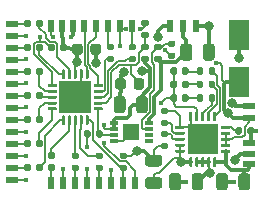
<source format=gtl>
G04 #@! TF.GenerationSoftware,KiCad,Pcbnew,(5.1.9)-1*
G04 #@! TF.CreationDate,2022-12-29T17:40:02+01:00*
G04 #@! TF.ProjectId,FallerCarSystem_v2,46616c6c-6572-4436-9172-53797374656d,rev?*
G04 #@! TF.SameCoordinates,Original*
G04 #@! TF.FileFunction,Copper,L1,Top*
G04 #@! TF.FilePolarity,Positive*
%FSLAX46Y46*%
G04 Gerber Fmt 4.6, Leading zero omitted, Abs format (unit mm)*
G04 Created by KiCad (PCBNEW (5.1.9)-1) date 2022-12-29 17:40:02*
%MOMM*%
%LPD*%
G01*
G04 APERTURE LIST*
G04 #@! TA.AperFunction,ComponentPad*
%ADD10C,0.500000*%
G04 #@! TD*
G04 #@! TA.AperFunction,SMDPad,CuDef*
%ADD11R,2.500000X2.500000*%
G04 #@! TD*
G04 #@! TA.AperFunction,ComponentPad*
%ADD12C,0.400000*%
G04 #@! TD*
G04 #@! TA.AperFunction,SMDPad,CuDef*
%ADD13R,1.360000X1.460000*%
G04 #@! TD*
G04 #@! TA.AperFunction,SMDPad,CuDef*
%ADD14R,0.750000X0.300000*%
G04 #@! TD*
G04 #@! TA.AperFunction,SMDPad,CuDef*
%ADD15R,0.500000X1.000000*%
G04 #@! TD*
G04 #@! TA.AperFunction,SMDPad,CuDef*
%ADD16R,1.000000X0.500000*%
G04 #@! TD*
G04 #@! TA.AperFunction,SMDPad,CuDef*
%ADD17R,1.800000X2.500000*%
G04 #@! TD*
G04 #@! TA.AperFunction,SMDPad,CuDef*
%ADD18R,2.700000X2.700000*%
G04 #@! TD*
G04 #@! TA.AperFunction,ViaPad*
%ADD19C,0.800000*%
G04 #@! TD*
G04 #@! TA.AperFunction,ViaPad*
%ADD20C,0.400000*%
G04 #@! TD*
G04 #@! TA.AperFunction,Conductor*
%ADD21C,0.300000*%
G04 #@! TD*
G04 #@! TA.AperFunction,Conductor*
%ADD22C,0.127000*%
G04 #@! TD*
G04 #@! TA.AperFunction,Conductor*
%ADD23C,0.200000*%
G04 #@! TD*
G04 APERTURE END LIST*
D10*
X156470000Y-64542000D03*
X158470000Y-64542000D03*
X156470000Y-66542000D03*
X158470000Y-66542000D03*
D11*
X157470000Y-65542000D03*
G04 #@! TA.AperFunction,SMDPad,CuDef*
G36*
G01*
X158595000Y-67129500D02*
X158595000Y-67829500D01*
G75*
G02*
X158532500Y-67892000I-62500J0D01*
G01*
X158407500Y-67892000D01*
G75*
G02*
X158345000Y-67829500I0J62500D01*
G01*
X158345000Y-67129500D01*
G75*
G02*
X158407500Y-67067000I62500J0D01*
G01*
X158532500Y-67067000D01*
G75*
G02*
X158595000Y-67129500I0J-62500D01*
G01*
G37*
G04 #@! TD.AperFunction*
G04 #@! TA.AperFunction,SMDPad,CuDef*
G36*
G01*
X158095000Y-67129500D02*
X158095000Y-67829500D01*
G75*
G02*
X158032500Y-67892000I-62500J0D01*
G01*
X157907500Y-67892000D01*
G75*
G02*
X157845000Y-67829500I0J62500D01*
G01*
X157845000Y-67129500D01*
G75*
G02*
X157907500Y-67067000I62500J0D01*
G01*
X158032500Y-67067000D01*
G75*
G02*
X158095000Y-67129500I0J-62500D01*
G01*
G37*
G04 #@! TD.AperFunction*
G04 #@! TA.AperFunction,SMDPad,CuDef*
G36*
G01*
X157595000Y-67129500D02*
X157595000Y-67829500D01*
G75*
G02*
X157532500Y-67892000I-62500J0D01*
G01*
X157407500Y-67892000D01*
G75*
G02*
X157345000Y-67829500I0J62500D01*
G01*
X157345000Y-67129500D01*
G75*
G02*
X157407500Y-67067000I62500J0D01*
G01*
X157532500Y-67067000D01*
G75*
G02*
X157595000Y-67129500I0J-62500D01*
G01*
G37*
G04 #@! TD.AperFunction*
G04 #@! TA.AperFunction,SMDPad,CuDef*
G36*
G01*
X157095000Y-67129500D02*
X157095000Y-67829500D01*
G75*
G02*
X157032500Y-67892000I-62500J0D01*
G01*
X156907500Y-67892000D01*
G75*
G02*
X156845000Y-67829500I0J62500D01*
G01*
X156845000Y-67129500D01*
G75*
G02*
X156907500Y-67067000I62500J0D01*
G01*
X157032500Y-67067000D01*
G75*
G02*
X157095000Y-67129500I0J-62500D01*
G01*
G37*
G04 #@! TD.AperFunction*
G04 #@! TA.AperFunction,SMDPad,CuDef*
G36*
G01*
X156595000Y-67129500D02*
X156595000Y-67829500D01*
G75*
G02*
X156532500Y-67892000I-62500J0D01*
G01*
X156407500Y-67892000D01*
G75*
G02*
X156345000Y-67829500I0J62500D01*
G01*
X156345000Y-67129500D01*
G75*
G02*
X156407500Y-67067000I62500J0D01*
G01*
X156532500Y-67067000D01*
G75*
G02*
X156595000Y-67129500I0J-62500D01*
G01*
G37*
G04 #@! TD.AperFunction*
G04 #@! TA.AperFunction,SMDPad,CuDef*
G36*
G01*
X155945000Y-66479500D02*
X155945000Y-66604500D01*
G75*
G02*
X155882500Y-66667000I-62500J0D01*
G01*
X155182500Y-66667000D01*
G75*
G02*
X155120000Y-66604500I0J62500D01*
G01*
X155120000Y-66479500D01*
G75*
G02*
X155182500Y-66417000I62500J0D01*
G01*
X155882500Y-66417000D01*
G75*
G02*
X155945000Y-66479500I0J-62500D01*
G01*
G37*
G04 #@! TD.AperFunction*
G04 #@! TA.AperFunction,SMDPad,CuDef*
G36*
G01*
X155945000Y-65979500D02*
X155945000Y-66104500D01*
G75*
G02*
X155882500Y-66167000I-62500J0D01*
G01*
X155182500Y-66167000D01*
G75*
G02*
X155120000Y-66104500I0J62500D01*
G01*
X155120000Y-65979500D01*
G75*
G02*
X155182500Y-65917000I62500J0D01*
G01*
X155882500Y-65917000D01*
G75*
G02*
X155945000Y-65979500I0J-62500D01*
G01*
G37*
G04 #@! TD.AperFunction*
G04 #@! TA.AperFunction,SMDPad,CuDef*
G36*
G01*
X155945000Y-65479500D02*
X155945000Y-65604500D01*
G75*
G02*
X155882500Y-65667000I-62500J0D01*
G01*
X155182500Y-65667000D01*
G75*
G02*
X155120000Y-65604500I0J62500D01*
G01*
X155120000Y-65479500D01*
G75*
G02*
X155182500Y-65417000I62500J0D01*
G01*
X155882500Y-65417000D01*
G75*
G02*
X155945000Y-65479500I0J-62500D01*
G01*
G37*
G04 #@! TD.AperFunction*
G04 #@! TA.AperFunction,SMDPad,CuDef*
G36*
G01*
X155945000Y-64979500D02*
X155945000Y-65104500D01*
G75*
G02*
X155882500Y-65167000I-62500J0D01*
G01*
X155182500Y-65167000D01*
G75*
G02*
X155120000Y-65104500I0J62500D01*
G01*
X155120000Y-64979500D01*
G75*
G02*
X155182500Y-64917000I62500J0D01*
G01*
X155882500Y-64917000D01*
G75*
G02*
X155945000Y-64979500I0J-62500D01*
G01*
G37*
G04 #@! TD.AperFunction*
G04 #@! TA.AperFunction,SMDPad,CuDef*
G36*
G01*
X155945000Y-64479500D02*
X155945000Y-64604500D01*
G75*
G02*
X155882500Y-64667000I-62500J0D01*
G01*
X155182500Y-64667000D01*
G75*
G02*
X155120000Y-64604500I0J62500D01*
G01*
X155120000Y-64479500D01*
G75*
G02*
X155182500Y-64417000I62500J0D01*
G01*
X155882500Y-64417000D01*
G75*
G02*
X155945000Y-64479500I0J-62500D01*
G01*
G37*
G04 #@! TD.AperFunction*
G04 #@! TA.AperFunction,SMDPad,CuDef*
G36*
G01*
X156595000Y-63254500D02*
X156595000Y-63954500D01*
G75*
G02*
X156532500Y-64017000I-62500J0D01*
G01*
X156407500Y-64017000D01*
G75*
G02*
X156345000Y-63954500I0J62500D01*
G01*
X156345000Y-63254500D01*
G75*
G02*
X156407500Y-63192000I62500J0D01*
G01*
X156532500Y-63192000D01*
G75*
G02*
X156595000Y-63254500I0J-62500D01*
G01*
G37*
G04 #@! TD.AperFunction*
G04 #@! TA.AperFunction,SMDPad,CuDef*
G36*
G01*
X157095000Y-63254500D02*
X157095000Y-63954500D01*
G75*
G02*
X157032500Y-64017000I-62500J0D01*
G01*
X156907500Y-64017000D01*
G75*
G02*
X156845000Y-63954500I0J62500D01*
G01*
X156845000Y-63254500D01*
G75*
G02*
X156907500Y-63192000I62500J0D01*
G01*
X157032500Y-63192000D01*
G75*
G02*
X157095000Y-63254500I0J-62500D01*
G01*
G37*
G04 #@! TD.AperFunction*
G04 #@! TA.AperFunction,SMDPad,CuDef*
G36*
G01*
X157595000Y-63254500D02*
X157595000Y-63954500D01*
G75*
G02*
X157532500Y-64017000I-62500J0D01*
G01*
X157407500Y-64017000D01*
G75*
G02*
X157345000Y-63954500I0J62500D01*
G01*
X157345000Y-63254500D01*
G75*
G02*
X157407500Y-63192000I62500J0D01*
G01*
X157532500Y-63192000D01*
G75*
G02*
X157595000Y-63254500I0J-62500D01*
G01*
G37*
G04 #@! TD.AperFunction*
G04 #@! TA.AperFunction,SMDPad,CuDef*
G36*
G01*
X158095000Y-63254500D02*
X158095000Y-63954500D01*
G75*
G02*
X158032500Y-64017000I-62500J0D01*
G01*
X157907500Y-64017000D01*
G75*
G02*
X157845000Y-63954500I0J62500D01*
G01*
X157845000Y-63254500D01*
G75*
G02*
X157907500Y-63192000I62500J0D01*
G01*
X158032500Y-63192000D01*
G75*
G02*
X158095000Y-63254500I0J-62500D01*
G01*
G37*
G04 #@! TD.AperFunction*
G04 #@! TA.AperFunction,SMDPad,CuDef*
G36*
G01*
X158595000Y-63254500D02*
X158595000Y-63954500D01*
G75*
G02*
X158532500Y-64017000I-62500J0D01*
G01*
X158407500Y-64017000D01*
G75*
G02*
X158345000Y-63954500I0J62500D01*
G01*
X158345000Y-63254500D01*
G75*
G02*
X158407500Y-63192000I62500J0D01*
G01*
X158532500Y-63192000D01*
G75*
G02*
X158595000Y-63254500I0J-62500D01*
G01*
G37*
G04 #@! TD.AperFunction*
G04 #@! TA.AperFunction,SMDPad,CuDef*
G36*
G01*
X159820000Y-64479500D02*
X159820000Y-64604500D01*
G75*
G02*
X159757500Y-64667000I-62500J0D01*
G01*
X159057500Y-64667000D01*
G75*
G02*
X158995000Y-64604500I0J62500D01*
G01*
X158995000Y-64479500D01*
G75*
G02*
X159057500Y-64417000I62500J0D01*
G01*
X159757500Y-64417000D01*
G75*
G02*
X159820000Y-64479500I0J-62500D01*
G01*
G37*
G04 #@! TD.AperFunction*
G04 #@! TA.AperFunction,SMDPad,CuDef*
G36*
G01*
X159820000Y-64979500D02*
X159820000Y-65104500D01*
G75*
G02*
X159757500Y-65167000I-62500J0D01*
G01*
X159057500Y-65167000D01*
G75*
G02*
X158995000Y-65104500I0J62500D01*
G01*
X158995000Y-64979500D01*
G75*
G02*
X159057500Y-64917000I62500J0D01*
G01*
X159757500Y-64917000D01*
G75*
G02*
X159820000Y-64979500I0J-62500D01*
G01*
G37*
G04 #@! TD.AperFunction*
G04 #@! TA.AperFunction,SMDPad,CuDef*
G36*
G01*
X159820000Y-65479500D02*
X159820000Y-65604500D01*
G75*
G02*
X159757500Y-65667000I-62500J0D01*
G01*
X159057500Y-65667000D01*
G75*
G02*
X158995000Y-65604500I0J62500D01*
G01*
X158995000Y-65479500D01*
G75*
G02*
X159057500Y-65417000I62500J0D01*
G01*
X159757500Y-65417000D01*
G75*
G02*
X159820000Y-65479500I0J-62500D01*
G01*
G37*
G04 #@! TD.AperFunction*
G04 #@! TA.AperFunction,SMDPad,CuDef*
G36*
G01*
X159820000Y-65979500D02*
X159820000Y-66104500D01*
G75*
G02*
X159757500Y-66167000I-62500J0D01*
G01*
X159057500Y-66167000D01*
G75*
G02*
X158995000Y-66104500I0J62500D01*
G01*
X158995000Y-65979500D01*
G75*
G02*
X159057500Y-65917000I62500J0D01*
G01*
X159757500Y-65917000D01*
G75*
G02*
X159820000Y-65979500I0J-62500D01*
G01*
G37*
G04 #@! TD.AperFunction*
G04 #@! TA.AperFunction,SMDPad,CuDef*
G36*
G01*
X159820000Y-66479500D02*
X159820000Y-66604500D01*
G75*
G02*
X159757500Y-66667000I-62500J0D01*
G01*
X159057500Y-66667000D01*
G75*
G02*
X158995000Y-66604500I0J62500D01*
G01*
X158995000Y-66479500D01*
G75*
G02*
X159057500Y-66417000I62500J0D01*
G01*
X159757500Y-66417000D01*
G75*
G02*
X159820000Y-66479500I0J-62500D01*
G01*
G37*
G04 #@! TD.AperFunction*
D12*
X151884800Y-64422400D03*
X151884800Y-65422400D03*
X150984800Y-65422400D03*
X150984800Y-64422400D03*
D13*
X151434800Y-64922400D03*
D14*
X152934800Y-64172400D03*
X152934800Y-64672400D03*
X152934800Y-65172400D03*
X152934800Y-65672400D03*
X149934800Y-65672400D03*
X149934800Y-65172400D03*
X149934800Y-64672400D03*
X149934800Y-64172400D03*
D15*
X151511000Y-55943500D03*
X149479000Y-55943500D03*
X150495000Y-55943500D03*
X144589500Y-55943500D03*
X145542000Y-55943500D03*
X146494500Y-55943500D03*
X147447000Y-55943500D03*
X148399500Y-55943500D03*
X155803600Y-55943500D03*
X156895800Y-55943500D03*
D16*
X161417000Y-67665600D03*
D15*
X154711400Y-55943500D03*
X151765000Y-69240400D03*
X150749000Y-69240400D03*
D16*
X161417000Y-63754000D03*
X161417000Y-62738000D03*
X161417000Y-66751200D03*
X161417000Y-65836800D03*
X141351000Y-59817000D03*
X141351000Y-60833000D03*
X141351000Y-61849000D03*
X141351000Y-62865000D03*
X141351000Y-63881000D03*
X141351000Y-64897000D03*
X141351000Y-65913000D03*
X141351000Y-66929000D03*
X141351000Y-67945000D03*
X141351000Y-68961000D03*
D15*
X144653000Y-69240400D03*
X145669000Y-69240400D03*
D16*
X141351000Y-57785000D03*
X141351000Y-58801000D03*
X141351000Y-55753000D03*
X141351000Y-56769000D03*
D15*
X148717000Y-69240400D03*
X149733000Y-69240400D03*
X146685000Y-69240400D03*
X147701000Y-69240400D03*
G04 #@! TA.AperFunction,SMDPad,CuDef*
G36*
G01*
X154413800Y-65368200D02*
X154043800Y-65368200D01*
G75*
G02*
X153908800Y-65233200I0J135000D01*
G01*
X153908800Y-64963200D01*
G75*
G02*
X154043800Y-64828200I135000J0D01*
G01*
X154413800Y-64828200D01*
G75*
G02*
X154548800Y-64963200I0J-135000D01*
G01*
X154548800Y-65233200D01*
G75*
G02*
X154413800Y-65368200I-135000J0D01*
G01*
G37*
G04 #@! TD.AperFunction*
G04 #@! TA.AperFunction,SMDPad,CuDef*
G36*
G01*
X154413800Y-66388200D02*
X154043800Y-66388200D01*
G75*
G02*
X153908800Y-66253200I0J135000D01*
G01*
X153908800Y-65983200D01*
G75*
G02*
X154043800Y-65848200I135000J0D01*
G01*
X154413800Y-65848200D01*
G75*
G02*
X154548800Y-65983200I0J-135000D01*
G01*
X154548800Y-66253200D01*
G75*
G02*
X154413800Y-66388200I-135000J0D01*
G01*
G37*
G04 #@! TD.AperFunction*
G04 #@! TA.AperFunction,SMDPad,CuDef*
G36*
G01*
X154043800Y-63892400D02*
X154413800Y-63892400D01*
G75*
G02*
X154548800Y-64027400I0J-135000D01*
G01*
X154548800Y-64297400D01*
G75*
G02*
X154413800Y-64432400I-135000J0D01*
G01*
X154043800Y-64432400D01*
G75*
G02*
X153908800Y-64297400I0J135000D01*
G01*
X153908800Y-64027400D01*
G75*
G02*
X154043800Y-63892400I135000J0D01*
G01*
G37*
G04 #@! TD.AperFunction*
G04 #@! TA.AperFunction,SMDPad,CuDef*
G36*
G01*
X154043800Y-62872400D02*
X154413800Y-62872400D01*
G75*
G02*
X154548800Y-63007400I0J-135000D01*
G01*
X154548800Y-63277400D01*
G75*
G02*
X154413800Y-63412400I-135000J0D01*
G01*
X154043800Y-63412400D01*
G75*
G02*
X153908800Y-63277400I0J135000D01*
G01*
X153908800Y-63007400D01*
G75*
G02*
X154043800Y-62872400I135000J0D01*
G01*
G37*
G04 #@! TD.AperFunction*
G04 #@! TA.AperFunction,SMDPad,CuDef*
G36*
G01*
X150934000Y-62136000D02*
X150934000Y-63086000D01*
G75*
G02*
X150684000Y-63336000I-250000J0D01*
G01*
X150184000Y-63336000D01*
G75*
G02*
X149934000Y-63086000I0J250000D01*
G01*
X149934000Y-62136000D01*
G75*
G02*
X150184000Y-61886000I250000J0D01*
G01*
X150684000Y-61886000D01*
G75*
G02*
X150934000Y-62136000I0J-250000D01*
G01*
G37*
G04 #@! TD.AperFunction*
G04 #@! TA.AperFunction,SMDPad,CuDef*
G36*
G01*
X152834000Y-62136000D02*
X152834000Y-63086000D01*
G75*
G02*
X152584000Y-63336000I-250000J0D01*
G01*
X152084000Y-63336000D01*
G75*
G02*
X151834000Y-63086000I0J250000D01*
G01*
X151834000Y-62136000D01*
G75*
G02*
X152084000Y-61886000I250000J0D01*
G01*
X152584000Y-61886000D01*
G75*
G02*
X152834000Y-62136000I0J-250000D01*
G01*
G37*
G04 #@! TD.AperFunction*
G04 #@! TA.AperFunction,SMDPad,CuDef*
G36*
G01*
X155633000Y-68663800D02*
X155633000Y-69613800D01*
G75*
G02*
X155383000Y-69863800I-250000J0D01*
G01*
X154883000Y-69863800D01*
G75*
G02*
X154633000Y-69613800I0J250000D01*
G01*
X154633000Y-68663800D01*
G75*
G02*
X154883000Y-68413800I250000J0D01*
G01*
X155383000Y-68413800D01*
G75*
G02*
X155633000Y-68663800I0J-250000D01*
G01*
G37*
G04 #@! TD.AperFunction*
G04 #@! TA.AperFunction,SMDPad,CuDef*
G36*
G01*
X157533000Y-68663800D02*
X157533000Y-69613800D01*
G75*
G02*
X157283000Y-69863800I-250000J0D01*
G01*
X156783000Y-69863800D01*
G75*
G02*
X156533000Y-69613800I0J250000D01*
G01*
X156533000Y-68663800D01*
G75*
G02*
X156783000Y-68413800I250000J0D01*
G01*
X157283000Y-68413800D01*
G75*
G02*
X157533000Y-68663800I0J-250000D01*
G01*
G37*
G04 #@! TD.AperFunction*
G04 #@! TA.AperFunction,SMDPad,CuDef*
G36*
G01*
X157485500Y-58641000D02*
X157485500Y-57691000D01*
G75*
G02*
X157735500Y-57441000I250000J0D01*
G01*
X158235500Y-57441000D01*
G75*
G02*
X158485500Y-57691000I0J-250000D01*
G01*
X158485500Y-58641000D01*
G75*
G02*
X158235500Y-58891000I-250000J0D01*
G01*
X157735500Y-58891000D01*
G75*
G02*
X157485500Y-58641000I0J250000D01*
G01*
G37*
G04 #@! TD.AperFunction*
G04 #@! TA.AperFunction,SMDPad,CuDef*
G36*
G01*
X155585500Y-58641000D02*
X155585500Y-57691000D01*
G75*
G02*
X155835500Y-57441000I250000J0D01*
G01*
X156335500Y-57441000D01*
G75*
G02*
X156585500Y-57691000I0J-250000D01*
G01*
X156585500Y-58641000D01*
G75*
G02*
X156335500Y-58891000I-250000J0D01*
G01*
X155835500Y-58891000D01*
G75*
G02*
X155585500Y-58641000I0J250000D01*
G01*
G37*
G04 #@! TD.AperFunction*
G04 #@! TA.AperFunction,SMDPad,CuDef*
G36*
G01*
X153789400Y-67850600D02*
X152839400Y-67850600D01*
G75*
G02*
X152589400Y-67600600I0J250000D01*
G01*
X152589400Y-67100600D01*
G75*
G02*
X152839400Y-66850600I250000J0D01*
G01*
X153789400Y-66850600D01*
G75*
G02*
X154039400Y-67100600I0J-250000D01*
G01*
X154039400Y-67600600D01*
G75*
G02*
X153789400Y-67850600I-250000J0D01*
G01*
G37*
G04 #@! TD.AperFunction*
G04 #@! TA.AperFunction,SMDPad,CuDef*
G36*
G01*
X153789400Y-69750600D02*
X152839400Y-69750600D01*
G75*
G02*
X152589400Y-69500600I0J250000D01*
G01*
X152589400Y-69000600D01*
G75*
G02*
X152839400Y-68750600I250000J0D01*
G01*
X153789400Y-68750600D01*
G75*
G02*
X154039400Y-69000600I0J-250000D01*
G01*
X154039400Y-69500600D01*
G75*
G02*
X153789400Y-69750600I-250000J0D01*
G01*
G37*
G04 #@! TD.AperFunction*
D17*
X160528000Y-56706000D03*
X160528000Y-60706000D03*
G04 #@! TA.AperFunction,SMDPad,CuDef*
G36*
G01*
X155321500Y-59581000D02*
X155321500Y-59926000D01*
G75*
G02*
X155174000Y-60073500I-147500J0D01*
G01*
X154879000Y-60073500D01*
G75*
G02*
X154731500Y-59926000I0J147500D01*
G01*
X154731500Y-59581000D01*
G75*
G02*
X154879000Y-59433500I147500J0D01*
G01*
X155174000Y-59433500D01*
G75*
G02*
X155321500Y-59581000I0J-147500D01*
G01*
G37*
G04 #@! TD.AperFunction*
G04 #@! TA.AperFunction,SMDPad,CuDef*
G36*
G01*
X156291500Y-59581000D02*
X156291500Y-59926000D01*
G75*
G02*
X156144000Y-60073500I-147500J0D01*
G01*
X155849000Y-60073500D01*
G75*
G02*
X155701500Y-59926000I0J147500D01*
G01*
X155701500Y-59581000D01*
G75*
G02*
X155849000Y-59433500I147500J0D01*
G01*
X156144000Y-59433500D01*
G75*
G02*
X156291500Y-59581000I0J-147500D01*
G01*
G37*
G04 #@! TD.AperFunction*
G04 #@! TA.AperFunction,SMDPad,CuDef*
G36*
G01*
X155321500Y-61867000D02*
X155321500Y-62212000D01*
G75*
G02*
X155174000Y-62359500I-147500J0D01*
G01*
X154879000Y-62359500D01*
G75*
G02*
X154731500Y-62212000I0J147500D01*
G01*
X154731500Y-61867000D01*
G75*
G02*
X154879000Y-61719500I147500J0D01*
G01*
X155174000Y-61719500D01*
G75*
G02*
X155321500Y-61867000I0J-147500D01*
G01*
G37*
G04 #@! TD.AperFunction*
G04 #@! TA.AperFunction,SMDPad,CuDef*
G36*
G01*
X156291500Y-61867000D02*
X156291500Y-62212000D01*
G75*
G02*
X156144000Y-62359500I-147500J0D01*
G01*
X155849000Y-62359500D01*
G75*
G02*
X155701500Y-62212000I0J147500D01*
G01*
X155701500Y-61867000D01*
G75*
G02*
X155849000Y-61719500I147500J0D01*
G01*
X156144000Y-61719500D01*
G75*
G02*
X156291500Y-61867000I0J-147500D01*
G01*
G37*
G04 #@! TD.AperFunction*
G04 #@! TA.AperFunction,SMDPad,CuDef*
G36*
G01*
X155321500Y-60724000D02*
X155321500Y-61069000D01*
G75*
G02*
X155174000Y-61216500I-147500J0D01*
G01*
X154879000Y-61216500D01*
G75*
G02*
X154731500Y-61069000I0J147500D01*
G01*
X154731500Y-60724000D01*
G75*
G02*
X154879000Y-60576500I147500J0D01*
G01*
X155174000Y-60576500D01*
G75*
G02*
X155321500Y-60724000I0J-147500D01*
G01*
G37*
G04 #@! TD.AperFunction*
G04 #@! TA.AperFunction,SMDPad,CuDef*
G36*
G01*
X156291500Y-60724000D02*
X156291500Y-61069000D01*
G75*
G02*
X156144000Y-61216500I-147500J0D01*
G01*
X155849000Y-61216500D01*
G75*
G02*
X155701500Y-61069000I0J147500D01*
G01*
X155701500Y-60724000D01*
G75*
G02*
X155849000Y-60576500I147500J0D01*
G01*
X156144000Y-60576500D01*
G75*
G02*
X156291500Y-60724000I0J-147500D01*
G01*
G37*
G04 #@! TD.AperFunction*
G04 #@! TA.AperFunction,SMDPad,CuDef*
G36*
G01*
X152405500Y-58469500D02*
X152775500Y-58469500D01*
G75*
G02*
X152910500Y-58604500I0J-135000D01*
G01*
X152910500Y-58874500D01*
G75*
G02*
X152775500Y-59009500I-135000J0D01*
G01*
X152405500Y-59009500D01*
G75*
G02*
X152270500Y-58874500I0J135000D01*
G01*
X152270500Y-58604500D01*
G75*
G02*
X152405500Y-58469500I135000J0D01*
G01*
G37*
G04 #@! TD.AperFunction*
G04 #@! TA.AperFunction,SMDPad,CuDef*
G36*
G01*
X152405500Y-57449500D02*
X152775500Y-57449500D01*
G75*
G02*
X152910500Y-57584500I0J-135000D01*
G01*
X152910500Y-57854500D01*
G75*
G02*
X152775500Y-57989500I-135000J0D01*
G01*
X152405500Y-57989500D01*
G75*
G02*
X152270500Y-57854500I0J135000D01*
G01*
X152270500Y-57584500D01*
G75*
G02*
X152405500Y-57449500I135000J0D01*
G01*
G37*
G04 #@! TD.AperFunction*
G04 #@! TA.AperFunction,SMDPad,CuDef*
G36*
G01*
X152405500Y-56437500D02*
X152775500Y-56437500D01*
G75*
G02*
X152910500Y-56572500I0J-135000D01*
G01*
X152910500Y-56842500D01*
G75*
G02*
X152775500Y-56977500I-135000J0D01*
G01*
X152405500Y-56977500D01*
G75*
G02*
X152270500Y-56842500I0J135000D01*
G01*
X152270500Y-56572500D01*
G75*
G02*
X152405500Y-56437500I135000J0D01*
G01*
G37*
G04 #@! TD.AperFunction*
G04 #@! TA.AperFunction,SMDPad,CuDef*
G36*
G01*
X152405500Y-55417500D02*
X152775500Y-55417500D01*
G75*
G02*
X152910500Y-55552500I0J-135000D01*
G01*
X152910500Y-55822500D01*
G75*
G02*
X152775500Y-55957500I-135000J0D01*
G01*
X152405500Y-55957500D01*
G75*
G02*
X152270500Y-55822500I0J135000D01*
G01*
X152270500Y-55552500D01*
G75*
G02*
X152405500Y-55417500I135000J0D01*
G01*
G37*
G04 #@! TD.AperFunction*
G04 #@! TA.AperFunction,SMDPad,CuDef*
G36*
G01*
X145401000Y-57970000D02*
X145401000Y-57600000D01*
G75*
G02*
X145536000Y-57465000I135000J0D01*
G01*
X145806000Y-57465000D01*
G75*
G02*
X145941000Y-57600000I0J-135000D01*
G01*
X145941000Y-57970000D01*
G75*
G02*
X145806000Y-58105000I-135000J0D01*
G01*
X145536000Y-58105000D01*
G75*
G02*
X145401000Y-57970000I0J135000D01*
G01*
G37*
G04 #@! TD.AperFunction*
G04 #@! TA.AperFunction,SMDPad,CuDef*
G36*
G01*
X144381000Y-57970000D02*
X144381000Y-57600000D01*
G75*
G02*
X144516000Y-57465000I135000J0D01*
G01*
X144786000Y-57465000D01*
G75*
G02*
X144921000Y-57600000I0J-135000D01*
G01*
X144921000Y-57970000D01*
G75*
G02*
X144786000Y-58105000I-135000J0D01*
G01*
X144516000Y-58105000D01*
G75*
G02*
X144381000Y-57970000I0J135000D01*
G01*
G37*
G04 #@! TD.AperFunction*
G04 #@! TA.AperFunction,SMDPad,CuDef*
G36*
G01*
X151326000Y-58482200D02*
X151696000Y-58482200D01*
G75*
G02*
X151831000Y-58617200I0J-135000D01*
G01*
X151831000Y-58887200D01*
G75*
G02*
X151696000Y-59022200I-135000J0D01*
G01*
X151326000Y-59022200D01*
G75*
G02*
X151191000Y-58887200I0J135000D01*
G01*
X151191000Y-58617200D01*
G75*
G02*
X151326000Y-58482200I135000J0D01*
G01*
G37*
G04 #@! TD.AperFunction*
G04 #@! TA.AperFunction,SMDPad,CuDef*
G36*
G01*
X151326000Y-57462200D02*
X151696000Y-57462200D01*
G75*
G02*
X151831000Y-57597200I0J-135000D01*
G01*
X151831000Y-57867200D01*
G75*
G02*
X151696000Y-58002200I-135000J0D01*
G01*
X151326000Y-58002200D01*
G75*
G02*
X151191000Y-57867200I0J135000D01*
G01*
X151191000Y-57597200D01*
G75*
G02*
X151326000Y-57462200I135000J0D01*
G01*
G37*
G04 #@! TD.AperFunction*
G04 #@! TA.AperFunction,SMDPad,CuDef*
G36*
G01*
X149471800Y-58482200D02*
X149841800Y-58482200D01*
G75*
G02*
X149976800Y-58617200I0J-135000D01*
G01*
X149976800Y-58887200D01*
G75*
G02*
X149841800Y-59022200I-135000J0D01*
G01*
X149471800Y-59022200D01*
G75*
G02*
X149336800Y-58887200I0J135000D01*
G01*
X149336800Y-58617200D01*
G75*
G02*
X149471800Y-58482200I135000J0D01*
G01*
G37*
G04 #@! TD.AperFunction*
G04 #@! TA.AperFunction,SMDPad,CuDef*
G36*
G01*
X149471800Y-57462200D02*
X149841800Y-57462200D01*
G75*
G02*
X149976800Y-57597200I0J-135000D01*
G01*
X149976800Y-57867200D01*
G75*
G02*
X149841800Y-58002200I-135000J0D01*
G01*
X149471800Y-58002200D01*
G75*
G02*
X149336800Y-57867200I0J135000D01*
G01*
X149336800Y-57597200D01*
G75*
G02*
X149471800Y-57462200I135000J0D01*
G01*
G37*
G04 #@! TD.AperFunction*
G04 #@! TA.AperFunction,SMDPad,CuDef*
G36*
G01*
X160770600Y-64648500D02*
X160770600Y-65018500D01*
G75*
G02*
X160635600Y-65153500I-135000J0D01*
G01*
X160365600Y-65153500D01*
G75*
G02*
X160230600Y-65018500I0J135000D01*
G01*
X160230600Y-64648500D01*
G75*
G02*
X160365600Y-64513500I135000J0D01*
G01*
X160635600Y-64513500D01*
G75*
G02*
X160770600Y-64648500I0J-135000D01*
G01*
G37*
G04 #@! TD.AperFunction*
G04 #@! TA.AperFunction,SMDPad,CuDef*
G36*
G01*
X161790600Y-64648500D02*
X161790600Y-65018500D01*
G75*
G02*
X161655600Y-65153500I-135000J0D01*
G01*
X161385600Y-65153500D01*
G75*
G02*
X161250600Y-65018500I0J135000D01*
G01*
X161250600Y-64648500D01*
G75*
G02*
X161385600Y-64513500I135000J0D01*
G01*
X161655600Y-64513500D01*
G75*
G02*
X161790600Y-64648500I0J-135000D01*
G01*
G37*
G04 #@! TD.AperFunction*
G04 #@! TA.AperFunction,SMDPad,CuDef*
G36*
G01*
X148449000Y-65272500D02*
X148449000Y-64902500D01*
G75*
G02*
X148584000Y-64767500I135000J0D01*
G01*
X148854000Y-64767500D01*
G75*
G02*
X148989000Y-64902500I0J-135000D01*
G01*
X148989000Y-65272500D01*
G75*
G02*
X148854000Y-65407500I-135000J0D01*
G01*
X148584000Y-65407500D01*
G75*
G02*
X148449000Y-65272500I0J135000D01*
G01*
G37*
G04 #@! TD.AperFunction*
G04 #@! TA.AperFunction,SMDPad,CuDef*
G36*
G01*
X147429000Y-65272500D02*
X147429000Y-64902500D01*
G75*
G02*
X147564000Y-64767500I135000J0D01*
G01*
X147834000Y-64767500D01*
G75*
G02*
X147969000Y-64902500I0J-135000D01*
G01*
X147969000Y-65272500D01*
G75*
G02*
X147834000Y-65407500I-135000J0D01*
G01*
X147564000Y-65407500D01*
G75*
G02*
X147429000Y-65272500I0J135000D01*
G01*
G37*
G04 #@! TD.AperFunction*
G04 #@! TA.AperFunction,SMDPad,CuDef*
G36*
G01*
X153485000Y-57449500D02*
X153855000Y-57449500D01*
G75*
G02*
X153990000Y-57584500I0J-135000D01*
G01*
X153990000Y-57854500D01*
G75*
G02*
X153855000Y-57989500I-135000J0D01*
G01*
X153485000Y-57989500D01*
G75*
G02*
X153350000Y-57854500I0J135000D01*
G01*
X153350000Y-57584500D01*
G75*
G02*
X153485000Y-57449500I135000J0D01*
G01*
G37*
G04 #@! TD.AperFunction*
G04 #@! TA.AperFunction,SMDPad,CuDef*
G36*
G01*
X153485000Y-58469500D02*
X153855000Y-58469500D01*
G75*
G02*
X153990000Y-58604500I0J-135000D01*
G01*
X153990000Y-58874500D01*
G75*
G02*
X153855000Y-59009500I-135000J0D01*
G01*
X153485000Y-59009500D01*
G75*
G02*
X153350000Y-58874500I0J135000D01*
G01*
X153350000Y-58604500D01*
G75*
G02*
X153485000Y-58469500I135000J0D01*
G01*
G37*
G04 #@! TD.AperFunction*
G04 #@! TA.AperFunction,SMDPad,CuDef*
G36*
G01*
X155023400Y-57722800D02*
X154653400Y-57722800D01*
G75*
G02*
X154518400Y-57587800I0J135000D01*
G01*
X154518400Y-57317800D01*
G75*
G02*
X154653400Y-57182800I135000J0D01*
G01*
X155023400Y-57182800D01*
G75*
G02*
X155158400Y-57317800I0J-135000D01*
G01*
X155158400Y-57587800D01*
G75*
G02*
X155023400Y-57722800I-135000J0D01*
G01*
G37*
G04 #@! TD.AperFunction*
G04 #@! TA.AperFunction,SMDPad,CuDef*
G36*
G01*
X155023400Y-58742800D02*
X154653400Y-58742800D01*
G75*
G02*
X154518400Y-58607800I0J135000D01*
G01*
X154518400Y-58337800D01*
G75*
G02*
X154653400Y-58202800I135000J0D01*
G01*
X155023400Y-58202800D01*
G75*
G02*
X155158400Y-58337800I0J-135000D01*
G01*
X155158400Y-58607800D01*
G75*
G02*
X155023400Y-58742800I-135000J0D01*
G01*
G37*
G04 #@! TD.AperFunction*
G04 #@! TA.AperFunction,SMDPad,CuDef*
G36*
G01*
X157494000Y-59568500D02*
X157494000Y-59938500D01*
G75*
G02*
X157359000Y-60073500I-135000J0D01*
G01*
X157089000Y-60073500D01*
G75*
G02*
X156954000Y-59938500I0J135000D01*
G01*
X156954000Y-59568500D01*
G75*
G02*
X157089000Y-59433500I135000J0D01*
G01*
X157359000Y-59433500D01*
G75*
G02*
X157494000Y-59568500I0J-135000D01*
G01*
G37*
G04 #@! TD.AperFunction*
G04 #@! TA.AperFunction,SMDPad,CuDef*
G36*
G01*
X158514000Y-59568500D02*
X158514000Y-59938500D01*
G75*
G02*
X158379000Y-60073500I-135000J0D01*
G01*
X158109000Y-60073500D01*
G75*
G02*
X157974000Y-59938500I0J135000D01*
G01*
X157974000Y-59568500D01*
G75*
G02*
X158109000Y-59433500I135000J0D01*
G01*
X158379000Y-59433500D01*
G75*
G02*
X158514000Y-59568500I0J-135000D01*
G01*
G37*
G04 #@! TD.AperFunction*
G04 #@! TA.AperFunction,SMDPad,CuDef*
G36*
G01*
X157494000Y-61854500D02*
X157494000Y-62224500D01*
G75*
G02*
X157359000Y-62359500I-135000J0D01*
G01*
X157089000Y-62359500D01*
G75*
G02*
X156954000Y-62224500I0J135000D01*
G01*
X156954000Y-61854500D01*
G75*
G02*
X157089000Y-61719500I135000J0D01*
G01*
X157359000Y-61719500D01*
G75*
G02*
X157494000Y-61854500I0J-135000D01*
G01*
G37*
G04 #@! TD.AperFunction*
G04 #@! TA.AperFunction,SMDPad,CuDef*
G36*
G01*
X158514000Y-61854500D02*
X158514000Y-62224500D01*
G75*
G02*
X158379000Y-62359500I-135000J0D01*
G01*
X158109000Y-62359500D01*
G75*
G02*
X157974000Y-62224500I0J135000D01*
G01*
X157974000Y-61854500D01*
G75*
G02*
X158109000Y-61719500I135000J0D01*
G01*
X158379000Y-61719500D01*
G75*
G02*
X158514000Y-61854500I0J-135000D01*
G01*
G37*
G04 #@! TD.AperFunction*
G04 #@! TA.AperFunction,SMDPad,CuDef*
G36*
G01*
X157494000Y-60711500D02*
X157494000Y-61081500D01*
G75*
G02*
X157359000Y-61216500I-135000J0D01*
G01*
X157089000Y-61216500D01*
G75*
G02*
X156954000Y-61081500I0J135000D01*
G01*
X156954000Y-60711500D01*
G75*
G02*
X157089000Y-60576500I135000J0D01*
G01*
X157359000Y-60576500D01*
G75*
G02*
X157494000Y-60711500I0J-135000D01*
G01*
G37*
G04 #@! TD.AperFunction*
G04 #@! TA.AperFunction,SMDPad,CuDef*
G36*
G01*
X158514000Y-60711500D02*
X158514000Y-61081500D01*
G75*
G02*
X158379000Y-61216500I-135000J0D01*
G01*
X158109000Y-61216500D01*
G75*
G02*
X157974000Y-61081500I0J135000D01*
G01*
X157974000Y-60711500D01*
G75*
G02*
X158109000Y-60576500I135000J0D01*
G01*
X158379000Y-60576500D01*
G75*
G02*
X158514000Y-60711500I0J-135000D01*
G01*
G37*
G04 #@! TD.AperFunction*
G04 #@! TA.AperFunction,SMDPad,CuDef*
G36*
G01*
X150564000Y-67702400D02*
X150934000Y-67702400D01*
G75*
G02*
X151069000Y-67837400I0J-135000D01*
G01*
X151069000Y-68107400D01*
G75*
G02*
X150934000Y-68242400I-135000J0D01*
G01*
X150564000Y-68242400D01*
G75*
G02*
X150429000Y-68107400I0J135000D01*
G01*
X150429000Y-67837400D01*
G75*
G02*
X150564000Y-67702400I135000J0D01*
G01*
G37*
G04 #@! TD.AperFunction*
G04 #@! TA.AperFunction,SMDPad,CuDef*
G36*
G01*
X150564000Y-66682400D02*
X150934000Y-66682400D01*
G75*
G02*
X151069000Y-66817400I0J-135000D01*
G01*
X151069000Y-67087400D01*
G75*
G02*
X150934000Y-67222400I-135000J0D01*
G01*
X150564000Y-67222400D01*
G75*
G02*
X150429000Y-67087400I0J135000D01*
G01*
X150429000Y-66817400D01*
G75*
G02*
X150564000Y-66682400I135000J0D01*
G01*
G37*
G04 #@! TD.AperFunction*
G04 #@! TA.AperFunction,SMDPad,CuDef*
G36*
G01*
X143369000Y-60002000D02*
X143369000Y-59632000D01*
G75*
G02*
X143504000Y-59497000I135000J0D01*
G01*
X143774000Y-59497000D01*
G75*
G02*
X143909000Y-59632000I0J-135000D01*
G01*
X143909000Y-60002000D01*
G75*
G02*
X143774000Y-60137000I-135000J0D01*
G01*
X143504000Y-60137000D01*
G75*
G02*
X143369000Y-60002000I0J135000D01*
G01*
G37*
G04 #@! TD.AperFunction*
G04 #@! TA.AperFunction,SMDPad,CuDef*
G36*
G01*
X142349000Y-60002000D02*
X142349000Y-59632000D01*
G75*
G02*
X142484000Y-59497000I135000J0D01*
G01*
X142754000Y-59497000D01*
G75*
G02*
X142889000Y-59632000I0J-135000D01*
G01*
X142889000Y-60002000D01*
G75*
G02*
X142754000Y-60137000I-135000J0D01*
G01*
X142484000Y-60137000D01*
G75*
G02*
X142349000Y-60002000I0J135000D01*
G01*
G37*
G04 #@! TD.AperFunction*
G04 #@! TA.AperFunction,SMDPad,CuDef*
G36*
G01*
X143369000Y-62034000D02*
X143369000Y-61664000D01*
G75*
G02*
X143504000Y-61529000I135000J0D01*
G01*
X143774000Y-61529000D01*
G75*
G02*
X143909000Y-61664000I0J-135000D01*
G01*
X143909000Y-62034000D01*
G75*
G02*
X143774000Y-62169000I-135000J0D01*
G01*
X143504000Y-62169000D01*
G75*
G02*
X143369000Y-62034000I0J135000D01*
G01*
G37*
G04 #@! TD.AperFunction*
G04 #@! TA.AperFunction,SMDPad,CuDef*
G36*
G01*
X142349000Y-62034000D02*
X142349000Y-61664000D01*
G75*
G02*
X142484000Y-61529000I135000J0D01*
G01*
X142754000Y-61529000D01*
G75*
G02*
X142889000Y-61664000I0J-135000D01*
G01*
X142889000Y-62034000D01*
G75*
G02*
X142754000Y-62169000I-135000J0D01*
G01*
X142484000Y-62169000D01*
G75*
G02*
X142349000Y-62034000I0J135000D01*
G01*
G37*
G04 #@! TD.AperFunction*
G04 #@! TA.AperFunction,SMDPad,CuDef*
G36*
G01*
X143369000Y-64066000D02*
X143369000Y-63696000D01*
G75*
G02*
X143504000Y-63561000I135000J0D01*
G01*
X143774000Y-63561000D01*
G75*
G02*
X143909000Y-63696000I0J-135000D01*
G01*
X143909000Y-64066000D01*
G75*
G02*
X143774000Y-64201000I-135000J0D01*
G01*
X143504000Y-64201000D01*
G75*
G02*
X143369000Y-64066000I0J135000D01*
G01*
G37*
G04 #@! TD.AperFunction*
G04 #@! TA.AperFunction,SMDPad,CuDef*
G36*
G01*
X142349000Y-64066000D02*
X142349000Y-63696000D01*
G75*
G02*
X142484000Y-63561000I135000J0D01*
G01*
X142754000Y-63561000D01*
G75*
G02*
X142889000Y-63696000I0J-135000D01*
G01*
X142889000Y-64066000D01*
G75*
G02*
X142754000Y-64201000I-135000J0D01*
G01*
X142484000Y-64201000D01*
G75*
G02*
X142349000Y-64066000I0J135000D01*
G01*
G37*
G04 #@! TD.AperFunction*
G04 #@! TA.AperFunction,SMDPad,CuDef*
G36*
G01*
X143369000Y-66098000D02*
X143369000Y-65728000D01*
G75*
G02*
X143504000Y-65593000I135000J0D01*
G01*
X143774000Y-65593000D01*
G75*
G02*
X143909000Y-65728000I0J-135000D01*
G01*
X143909000Y-66098000D01*
G75*
G02*
X143774000Y-66233000I-135000J0D01*
G01*
X143504000Y-66233000D01*
G75*
G02*
X143369000Y-66098000I0J135000D01*
G01*
G37*
G04 #@! TD.AperFunction*
G04 #@! TA.AperFunction,SMDPad,CuDef*
G36*
G01*
X142349000Y-66098000D02*
X142349000Y-65728000D01*
G75*
G02*
X142484000Y-65593000I135000J0D01*
G01*
X142754000Y-65593000D01*
G75*
G02*
X142889000Y-65728000I0J-135000D01*
G01*
X142889000Y-66098000D01*
G75*
G02*
X142754000Y-66233000I-135000J0D01*
G01*
X142484000Y-66233000D01*
G75*
G02*
X142349000Y-66098000I0J135000D01*
G01*
G37*
G04 #@! TD.AperFunction*
G04 #@! TA.AperFunction,SMDPad,CuDef*
G36*
G01*
X143369000Y-68130000D02*
X143369000Y-67760000D01*
G75*
G02*
X143504000Y-67625000I135000J0D01*
G01*
X143774000Y-67625000D01*
G75*
G02*
X143909000Y-67760000I0J-135000D01*
G01*
X143909000Y-68130000D01*
G75*
G02*
X143774000Y-68265000I-135000J0D01*
G01*
X143504000Y-68265000D01*
G75*
G02*
X143369000Y-68130000I0J135000D01*
G01*
G37*
G04 #@! TD.AperFunction*
G04 #@! TA.AperFunction,SMDPad,CuDef*
G36*
G01*
X142349000Y-68130000D02*
X142349000Y-67760000D01*
G75*
G02*
X142484000Y-67625000I135000J0D01*
G01*
X142754000Y-67625000D01*
G75*
G02*
X142889000Y-67760000I0J-135000D01*
G01*
X142889000Y-68130000D01*
G75*
G02*
X142754000Y-68265000I-135000J0D01*
G01*
X142484000Y-68265000D01*
G75*
G02*
X142349000Y-68130000I0J135000D01*
G01*
G37*
G04 #@! TD.AperFunction*
G04 #@! TA.AperFunction,SMDPad,CuDef*
G36*
G01*
X144838000Y-67197000D02*
X144468000Y-67197000D01*
G75*
G02*
X144333000Y-67062000I0J135000D01*
G01*
X144333000Y-66792000D01*
G75*
G02*
X144468000Y-66657000I135000J0D01*
G01*
X144838000Y-66657000D01*
G75*
G02*
X144973000Y-66792000I0J-135000D01*
G01*
X144973000Y-67062000D01*
G75*
G02*
X144838000Y-67197000I-135000J0D01*
G01*
G37*
G04 #@! TD.AperFunction*
G04 #@! TA.AperFunction,SMDPad,CuDef*
G36*
G01*
X144838000Y-68217000D02*
X144468000Y-68217000D01*
G75*
G02*
X144333000Y-68082000I0J135000D01*
G01*
X144333000Y-67812000D01*
G75*
G02*
X144468000Y-67677000I135000J0D01*
G01*
X144838000Y-67677000D01*
G75*
G02*
X144973000Y-67812000I0J-135000D01*
G01*
X144973000Y-68082000D01*
G75*
G02*
X144838000Y-68217000I-135000J0D01*
G01*
G37*
G04 #@! TD.AperFunction*
G04 #@! TA.AperFunction,SMDPad,CuDef*
G36*
G01*
X143369000Y-57970000D02*
X143369000Y-57600000D01*
G75*
G02*
X143504000Y-57465000I135000J0D01*
G01*
X143774000Y-57465000D01*
G75*
G02*
X143909000Y-57600000I0J-135000D01*
G01*
X143909000Y-57970000D01*
G75*
G02*
X143774000Y-58105000I-135000J0D01*
G01*
X143504000Y-58105000D01*
G75*
G02*
X143369000Y-57970000I0J135000D01*
G01*
G37*
G04 #@! TD.AperFunction*
G04 #@! TA.AperFunction,SMDPad,CuDef*
G36*
G01*
X142349000Y-57970000D02*
X142349000Y-57600000D01*
G75*
G02*
X142484000Y-57465000I135000J0D01*
G01*
X142754000Y-57465000D01*
G75*
G02*
X142889000Y-57600000I0J-135000D01*
G01*
X142889000Y-57970000D01*
G75*
G02*
X142754000Y-58105000I-135000J0D01*
G01*
X142484000Y-58105000D01*
G75*
G02*
X142349000Y-57970000I0J135000D01*
G01*
G37*
G04 #@! TD.AperFunction*
G04 #@! TA.AperFunction,SMDPad,CuDef*
G36*
G01*
X142349000Y-55938000D02*
X142349000Y-55568000D01*
G75*
G02*
X142484000Y-55433000I135000J0D01*
G01*
X142754000Y-55433000D01*
G75*
G02*
X142889000Y-55568000I0J-135000D01*
G01*
X142889000Y-55938000D01*
G75*
G02*
X142754000Y-56073000I-135000J0D01*
G01*
X142484000Y-56073000D01*
G75*
G02*
X142349000Y-55938000I0J135000D01*
G01*
G37*
G04 #@! TD.AperFunction*
G04 #@! TA.AperFunction,SMDPad,CuDef*
G36*
G01*
X143369000Y-55938000D02*
X143369000Y-55568000D01*
G75*
G02*
X143504000Y-55433000I135000J0D01*
G01*
X143774000Y-55433000D01*
G75*
G02*
X143909000Y-55568000I0J-135000D01*
G01*
X143909000Y-55938000D01*
G75*
G02*
X143774000Y-56073000I-135000J0D01*
G01*
X143504000Y-56073000D01*
G75*
G02*
X143369000Y-55938000I0J135000D01*
G01*
G37*
G04 #@! TD.AperFunction*
G04 #@! TA.AperFunction,SMDPad,CuDef*
G36*
G01*
X148902000Y-67222400D02*
X148532000Y-67222400D01*
G75*
G02*
X148397000Y-67087400I0J135000D01*
G01*
X148397000Y-66817400D01*
G75*
G02*
X148532000Y-66682400I135000J0D01*
G01*
X148902000Y-66682400D01*
G75*
G02*
X149037000Y-66817400I0J-135000D01*
G01*
X149037000Y-67087400D01*
G75*
G02*
X148902000Y-67222400I-135000J0D01*
G01*
G37*
G04 #@! TD.AperFunction*
G04 #@! TA.AperFunction,SMDPad,CuDef*
G36*
G01*
X148902000Y-68242400D02*
X148532000Y-68242400D01*
G75*
G02*
X148397000Y-68107400I0J135000D01*
G01*
X148397000Y-67837400D01*
G75*
G02*
X148532000Y-67702400I135000J0D01*
G01*
X148902000Y-67702400D01*
G75*
G02*
X149037000Y-67837400I0J-135000D01*
G01*
X149037000Y-68107400D01*
G75*
G02*
X148902000Y-68242400I-135000J0D01*
G01*
G37*
G04 #@! TD.AperFunction*
G04 #@! TA.AperFunction,SMDPad,CuDef*
G36*
G01*
X146870000Y-67222400D02*
X146500000Y-67222400D01*
G75*
G02*
X146365000Y-67087400I0J135000D01*
G01*
X146365000Y-66817400D01*
G75*
G02*
X146500000Y-66682400I135000J0D01*
G01*
X146870000Y-66682400D01*
G75*
G02*
X147005000Y-66817400I0J-135000D01*
G01*
X147005000Y-67087400D01*
G75*
G02*
X146870000Y-67222400I-135000J0D01*
G01*
G37*
G04 #@! TD.AperFunction*
G04 #@! TA.AperFunction,SMDPad,CuDef*
G36*
G01*
X146870000Y-68242400D02*
X146500000Y-68242400D01*
G75*
G02*
X146365000Y-68107400I0J135000D01*
G01*
X146365000Y-67837400D01*
G75*
G02*
X146500000Y-67702400I135000J0D01*
G01*
X146870000Y-67702400D01*
G75*
G02*
X147005000Y-67837400I0J-135000D01*
G01*
X147005000Y-68107400D01*
G75*
G02*
X146870000Y-68242400I-135000J0D01*
G01*
G37*
G04 #@! TD.AperFunction*
G04 #@! TA.AperFunction,SMDPad,CuDef*
G36*
G01*
X147962500Y-58162000D02*
X147962500Y-57662000D01*
G75*
G02*
X148187500Y-57437000I225000J0D01*
G01*
X148637500Y-57437000D01*
G75*
G02*
X148862500Y-57662000I0J-225000D01*
G01*
X148862500Y-58162000D01*
G75*
G02*
X148637500Y-58387000I-225000J0D01*
G01*
X148187500Y-58387000D01*
G75*
G02*
X147962500Y-58162000I0J225000D01*
G01*
G37*
G04 #@! TD.AperFunction*
G04 #@! TA.AperFunction,SMDPad,CuDef*
G36*
G01*
X146412500Y-58162000D02*
X146412500Y-57662000D01*
G75*
G02*
X146637500Y-57437000I225000J0D01*
G01*
X147087500Y-57437000D01*
G75*
G02*
X147312500Y-57662000I0J-225000D01*
G01*
X147312500Y-58162000D01*
G75*
G02*
X147087500Y-58387000I-225000J0D01*
G01*
X146637500Y-58387000D01*
G75*
G02*
X146412500Y-58162000I0J225000D01*
G01*
G37*
G04 #@! TD.AperFunction*
G04 #@! TA.AperFunction,SMDPad,CuDef*
G36*
G01*
X150957400Y-60608400D02*
X150957400Y-61108400D01*
G75*
G02*
X150732400Y-61333400I-225000J0D01*
G01*
X150282400Y-61333400D01*
G75*
G02*
X150057400Y-61108400I0J225000D01*
G01*
X150057400Y-60608400D01*
G75*
G02*
X150282400Y-60383400I225000J0D01*
G01*
X150732400Y-60383400D01*
G75*
G02*
X150957400Y-60608400I0J-225000D01*
G01*
G37*
G04 #@! TD.AperFunction*
G04 #@! TA.AperFunction,SMDPad,CuDef*
G36*
G01*
X152507400Y-60608400D02*
X152507400Y-61108400D01*
G75*
G02*
X152282400Y-61333400I-225000J0D01*
G01*
X151832400Y-61333400D01*
G75*
G02*
X151607400Y-61108400I0J225000D01*
G01*
X151607400Y-60608400D01*
G75*
G02*
X151832400Y-60383400I225000J0D01*
G01*
X152282400Y-60383400D01*
G75*
G02*
X152507400Y-60608400I0J-225000D01*
G01*
G37*
G04 #@! TD.AperFunction*
G04 #@! TA.AperFunction,SMDPad,CuDef*
G36*
G01*
X144335000Y-61038500D02*
X144335000Y-60913500D01*
G75*
G02*
X144397500Y-60851000I62500J0D01*
G01*
X145072500Y-60851000D01*
G75*
G02*
X145135000Y-60913500I0J-62500D01*
G01*
X145135000Y-61038500D01*
G75*
G02*
X145072500Y-61101000I-62500J0D01*
G01*
X144397500Y-61101000D01*
G75*
G02*
X144335000Y-61038500I0J62500D01*
G01*
G37*
G04 #@! TD.AperFunction*
G04 #@! TA.AperFunction,SMDPad,CuDef*
G36*
G01*
X144335000Y-61538500D02*
X144335000Y-61413500D01*
G75*
G02*
X144397500Y-61351000I62500J0D01*
G01*
X145072500Y-61351000D01*
G75*
G02*
X145135000Y-61413500I0J-62500D01*
G01*
X145135000Y-61538500D01*
G75*
G02*
X145072500Y-61601000I-62500J0D01*
G01*
X144397500Y-61601000D01*
G75*
G02*
X144335000Y-61538500I0J62500D01*
G01*
G37*
G04 #@! TD.AperFunction*
G04 #@! TA.AperFunction,SMDPad,CuDef*
G36*
G01*
X144335000Y-62038500D02*
X144335000Y-61913500D01*
G75*
G02*
X144397500Y-61851000I62500J0D01*
G01*
X145072500Y-61851000D01*
G75*
G02*
X145135000Y-61913500I0J-62500D01*
G01*
X145135000Y-62038500D01*
G75*
G02*
X145072500Y-62101000I-62500J0D01*
G01*
X144397500Y-62101000D01*
G75*
G02*
X144335000Y-62038500I0J62500D01*
G01*
G37*
G04 #@! TD.AperFunction*
G04 #@! TA.AperFunction,SMDPad,CuDef*
G36*
G01*
X144335000Y-62538500D02*
X144335000Y-62413500D01*
G75*
G02*
X144397500Y-62351000I62500J0D01*
G01*
X145072500Y-62351000D01*
G75*
G02*
X145135000Y-62413500I0J-62500D01*
G01*
X145135000Y-62538500D01*
G75*
G02*
X145072500Y-62601000I-62500J0D01*
G01*
X144397500Y-62601000D01*
G75*
G02*
X144335000Y-62538500I0J62500D01*
G01*
G37*
G04 #@! TD.AperFunction*
G04 #@! TA.AperFunction,SMDPad,CuDef*
G36*
G01*
X144335000Y-63038500D02*
X144335000Y-62913500D01*
G75*
G02*
X144397500Y-62851000I62500J0D01*
G01*
X145072500Y-62851000D01*
G75*
G02*
X145135000Y-62913500I0J-62500D01*
G01*
X145135000Y-63038500D01*
G75*
G02*
X145072500Y-63101000I-62500J0D01*
G01*
X144397500Y-63101000D01*
G75*
G02*
X144335000Y-63038500I0J62500D01*
G01*
G37*
G04 #@! TD.AperFunction*
G04 #@! TA.AperFunction,SMDPad,CuDef*
G36*
G01*
X145560000Y-64263500D02*
X145560000Y-63588500D01*
G75*
G02*
X145622500Y-63526000I62500J0D01*
G01*
X145747500Y-63526000D01*
G75*
G02*
X145810000Y-63588500I0J-62500D01*
G01*
X145810000Y-64263500D01*
G75*
G02*
X145747500Y-64326000I-62500J0D01*
G01*
X145622500Y-64326000D01*
G75*
G02*
X145560000Y-64263500I0J62500D01*
G01*
G37*
G04 #@! TD.AperFunction*
G04 #@! TA.AperFunction,SMDPad,CuDef*
G36*
G01*
X146060000Y-64263500D02*
X146060000Y-63588500D01*
G75*
G02*
X146122500Y-63526000I62500J0D01*
G01*
X146247500Y-63526000D01*
G75*
G02*
X146310000Y-63588500I0J-62500D01*
G01*
X146310000Y-64263500D01*
G75*
G02*
X146247500Y-64326000I-62500J0D01*
G01*
X146122500Y-64326000D01*
G75*
G02*
X146060000Y-64263500I0J62500D01*
G01*
G37*
G04 #@! TD.AperFunction*
G04 #@! TA.AperFunction,SMDPad,CuDef*
G36*
G01*
X146560000Y-64263500D02*
X146560000Y-63588500D01*
G75*
G02*
X146622500Y-63526000I62500J0D01*
G01*
X146747500Y-63526000D01*
G75*
G02*
X146810000Y-63588500I0J-62500D01*
G01*
X146810000Y-64263500D01*
G75*
G02*
X146747500Y-64326000I-62500J0D01*
G01*
X146622500Y-64326000D01*
G75*
G02*
X146560000Y-64263500I0J62500D01*
G01*
G37*
G04 #@! TD.AperFunction*
G04 #@! TA.AperFunction,SMDPad,CuDef*
G36*
G01*
X147060000Y-64263500D02*
X147060000Y-63588500D01*
G75*
G02*
X147122500Y-63526000I62500J0D01*
G01*
X147247500Y-63526000D01*
G75*
G02*
X147310000Y-63588500I0J-62500D01*
G01*
X147310000Y-64263500D01*
G75*
G02*
X147247500Y-64326000I-62500J0D01*
G01*
X147122500Y-64326000D01*
G75*
G02*
X147060000Y-64263500I0J62500D01*
G01*
G37*
G04 #@! TD.AperFunction*
G04 #@! TA.AperFunction,SMDPad,CuDef*
G36*
G01*
X147560000Y-64263500D02*
X147560000Y-63588500D01*
G75*
G02*
X147622500Y-63526000I62500J0D01*
G01*
X147747500Y-63526000D01*
G75*
G02*
X147810000Y-63588500I0J-62500D01*
G01*
X147810000Y-64263500D01*
G75*
G02*
X147747500Y-64326000I-62500J0D01*
G01*
X147622500Y-64326000D01*
G75*
G02*
X147560000Y-64263500I0J62500D01*
G01*
G37*
G04 #@! TD.AperFunction*
G04 #@! TA.AperFunction,SMDPad,CuDef*
G36*
G01*
X148235000Y-63038500D02*
X148235000Y-62913500D01*
G75*
G02*
X148297500Y-62851000I62500J0D01*
G01*
X148972500Y-62851000D01*
G75*
G02*
X149035000Y-62913500I0J-62500D01*
G01*
X149035000Y-63038500D01*
G75*
G02*
X148972500Y-63101000I-62500J0D01*
G01*
X148297500Y-63101000D01*
G75*
G02*
X148235000Y-63038500I0J62500D01*
G01*
G37*
G04 #@! TD.AperFunction*
G04 #@! TA.AperFunction,SMDPad,CuDef*
G36*
G01*
X148235000Y-62538500D02*
X148235000Y-62413500D01*
G75*
G02*
X148297500Y-62351000I62500J0D01*
G01*
X148972500Y-62351000D01*
G75*
G02*
X149035000Y-62413500I0J-62500D01*
G01*
X149035000Y-62538500D01*
G75*
G02*
X148972500Y-62601000I-62500J0D01*
G01*
X148297500Y-62601000D01*
G75*
G02*
X148235000Y-62538500I0J62500D01*
G01*
G37*
G04 #@! TD.AperFunction*
G04 #@! TA.AperFunction,SMDPad,CuDef*
G36*
G01*
X148235000Y-62038500D02*
X148235000Y-61913500D01*
G75*
G02*
X148297500Y-61851000I62500J0D01*
G01*
X148972500Y-61851000D01*
G75*
G02*
X149035000Y-61913500I0J-62500D01*
G01*
X149035000Y-62038500D01*
G75*
G02*
X148972500Y-62101000I-62500J0D01*
G01*
X148297500Y-62101000D01*
G75*
G02*
X148235000Y-62038500I0J62500D01*
G01*
G37*
G04 #@! TD.AperFunction*
G04 #@! TA.AperFunction,SMDPad,CuDef*
G36*
G01*
X148235000Y-61538500D02*
X148235000Y-61413500D01*
G75*
G02*
X148297500Y-61351000I62500J0D01*
G01*
X148972500Y-61351000D01*
G75*
G02*
X149035000Y-61413500I0J-62500D01*
G01*
X149035000Y-61538500D01*
G75*
G02*
X148972500Y-61601000I-62500J0D01*
G01*
X148297500Y-61601000D01*
G75*
G02*
X148235000Y-61538500I0J62500D01*
G01*
G37*
G04 #@! TD.AperFunction*
G04 #@! TA.AperFunction,SMDPad,CuDef*
G36*
G01*
X148235000Y-61038500D02*
X148235000Y-60913500D01*
G75*
G02*
X148297500Y-60851000I62500J0D01*
G01*
X148972500Y-60851000D01*
G75*
G02*
X149035000Y-60913500I0J-62500D01*
G01*
X149035000Y-61038500D01*
G75*
G02*
X148972500Y-61101000I-62500J0D01*
G01*
X148297500Y-61101000D01*
G75*
G02*
X148235000Y-61038500I0J62500D01*
G01*
G37*
G04 #@! TD.AperFunction*
G04 #@! TA.AperFunction,SMDPad,CuDef*
G36*
G01*
X147560000Y-60363500D02*
X147560000Y-59688500D01*
G75*
G02*
X147622500Y-59626000I62500J0D01*
G01*
X147747500Y-59626000D01*
G75*
G02*
X147810000Y-59688500I0J-62500D01*
G01*
X147810000Y-60363500D01*
G75*
G02*
X147747500Y-60426000I-62500J0D01*
G01*
X147622500Y-60426000D01*
G75*
G02*
X147560000Y-60363500I0J62500D01*
G01*
G37*
G04 #@! TD.AperFunction*
G04 #@! TA.AperFunction,SMDPad,CuDef*
G36*
G01*
X147060000Y-60363500D02*
X147060000Y-59688500D01*
G75*
G02*
X147122500Y-59626000I62500J0D01*
G01*
X147247500Y-59626000D01*
G75*
G02*
X147310000Y-59688500I0J-62500D01*
G01*
X147310000Y-60363500D01*
G75*
G02*
X147247500Y-60426000I-62500J0D01*
G01*
X147122500Y-60426000D01*
G75*
G02*
X147060000Y-60363500I0J62500D01*
G01*
G37*
G04 #@! TD.AperFunction*
G04 #@! TA.AperFunction,SMDPad,CuDef*
G36*
G01*
X146560000Y-60363500D02*
X146560000Y-59688500D01*
G75*
G02*
X146622500Y-59626000I62500J0D01*
G01*
X146747500Y-59626000D01*
G75*
G02*
X146810000Y-59688500I0J-62500D01*
G01*
X146810000Y-60363500D01*
G75*
G02*
X146747500Y-60426000I-62500J0D01*
G01*
X146622500Y-60426000D01*
G75*
G02*
X146560000Y-60363500I0J62500D01*
G01*
G37*
G04 #@! TD.AperFunction*
G04 #@! TA.AperFunction,SMDPad,CuDef*
G36*
G01*
X146060000Y-60363500D02*
X146060000Y-59688500D01*
G75*
G02*
X146122500Y-59626000I62500J0D01*
G01*
X146247500Y-59626000D01*
G75*
G02*
X146310000Y-59688500I0J-62500D01*
G01*
X146310000Y-60363500D01*
G75*
G02*
X146247500Y-60426000I-62500J0D01*
G01*
X146122500Y-60426000D01*
G75*
G02*
X146060000Y-60363500I0J62500D01*
G01*
G37*
G04 #@! TD.AperFunction*
G04 #@! TA.AperFunction,SMDPad,CuDef*
G36*
G01*
X145560000Y-60363500D02*
X145560000Y-59688500D01*
G75*
G02*
X145622500Y-59626000I62500J0D01*
G01*
X145747500Y-59626000D01*
G75*
G02*
X145810000Y-59688500I0J-62500D01*
G01*
X145810000Y-60363500D01*
G75*
G02*
X145747500Y-60426000I-62500J0D01*
G01*
X145622500Y-60426000D01*
G75*
G02*
X145560000Y-60363500I0J62500D01*
G01*
G37*
G04 #@! TD.AperFunction*
D18*
X146685000Y-61976000D03*
D10*
X145585000Y-60876000D03*
X147785000Y-60876000D03*
X145585000Y-63076000D03*
X147785000Y-63076000D03*
G04 #@! TA.AperFunction,SMDPad,CuDef*
G36*
G01*
X161495400Y-68663800D02*
X161495400Y-69613800D01*
G75*
G02*
X161245400Y-69863800I-250000J0D01*
G01*
X160745400Y-69863800D01*
G75*
G02*
X160495400Y-69613800I0J250000D01*
G01*
X160495400Y-68663800D01*
G75*
G02*
X160745400Y-68413800I250000J0D01*
G01*
X161245400Y-68413800D01*
G75*
G02*
X161495400Y-68663800I0J-250000D01*
G01*
G37*
G04 #@! TD.AperFunction*
G04 #@! TA.AperFunction,SMDPad,CuDef*
G36*
G01*
X159595400Y-68663800D02*
X159595400Y-69613800D01*
G75*
G02*
X159345400Y-69863800I-250000J0D01*
G01*
X158845400Y-69863800D01*
G75*
G02*
X158595400Y-69613800I0J250000D01*
G01*
X158595400Y-68663800D01*
G75*
G02*
X158845400Y-68413800I250000J0D01*
G01*
X159345400Y-68413800D01*
G75*
G02*
X159595400Y-68663800I0J-250000D01*
G01*
G37*
G04 #@! TD.AperFunction*
D19*
X158068086Y-68406077D03*
X159595390Y-63331314D03*
D20*
X158597600Y-59105800D03*
X153974800Y-62458600D03*
X144776363Y-56883990D03*
X143713200Y-56896000D03*
D19*
X160528000Y-58674000D03*
X148467954Y-59088115D03*
D20*
X146320610Y-56905990D03*
D19*
X150774400Y-59823300D03*
D20*
X152149251Y-56188077D03*
X150933884Y-56184800D03*
X154314026Y-57983728D03*
X142494000Y-56794400D03*
X142494000Y-58775600D03*
X142494000Y-60807600D03*
X142494000Y-62839600D03*
X142494000Y-64922400D03*
X142494000Y-66954400D03*
X142494000Y-68986400D03*
X145669000Y-68072000D03*
X147701000Y-68072000D03*
X149733000Y-68122800D03*
X147701000Y-66192400D03*
X150495000Y-57683400D03*
X161953966Y-64820800D03*
X160127202Y-69133198D03*
X156083000Y-69138800D03*
D19*
X151891986Y-66497200D03*
X159976042Y-62483020D03*
X157988000Y-55943500D03*
X153668981Y-56896000D03*
X146862800Y-58978800D03*
X152349200Y-59740800D03*
D20*
X149098000Y-65887600D03*
X149100779Y-64312004D03*
D19*
X155625800Y-67437000D03*
X160172400Y-67259200D03*
D21*
X156085500Y-57736700D02*
X156085500Y-58166000D01*
X153974800Y-59044300D02*
X153670000Y-58739500D01*
X153974800Y-59486800D02*
X153974800Y-59044300D01*
X153974800Y-61391800D02*
X153974800Y-59486800D01*
X153365021Y-62001579D02*
X153974800Y-61391800D01*
X152934800Y-63839733D02*
X153365021Y-63409512D01*
X152934800Y-64172400D02*
X152934800Y-63839733D01*
X153365021Y-63409512D02*
X153365021Y-62001579D01*
X153999290Y-59019810D02*
X153974800Y-59044300D01*
X155194062Y-59019810D02*
X153999290Y-59019810D01*
X156047872Y-58166000D02*
X155194062Y-59019810D01*
X156085500Y-58166000D02*
X156047872Y-58166000D01*
X156085500Y-58166000D02*
X156085500Y-57152500D01*
X155803600Y-56870600D02*
X155803600Y-55943500D01*
X156085500Y-57152500D02*
X155803600Y-56870600D01*
D22*
X152590500Y-56707500D02*
X152590500Y-57719500D01*
X152079990Y-58230010D02*
X152590500Y-57719500D01*
X152079990Y-58963552D02*
X152079990Y-58230010D01*
X151810742Y-59232800D02*
X152079990Y-58963552D01*
X149733529Y-62000871D02*
X149733529Y-59862073D01*
X149733529Y-59862073D02*
X150362802Y-59232800D01*
X149258400Y-62476000D02*
X149733529Y-62000871D01*
X148635000Y-62476000D02*
X149258400Y-62476000D01*
X151434800Y-59981800D02*
X151434800Y-59232800D01*
X152311400Y-60858400D02*
X151434800Y-59981800D01*
X151434800Y-59232800D02*
X151810742Y-59232800D01*
X150362802Y-59232800D02*
X151434800Y-59232800D01*
X155026500Y-62039500D02*
X155026500Y-60896500D01*
X155026500Y-59753500D02*
X155026500Y-60896500D01*
X159407500Y-66042000D02*
X159407500Y-65542000D01*
X159407500Y-65042000D02*
X159407500Y-65542000D01*
D21*
X156970000Y-67479500D02*
X157470000Y-67479500D01*
D22*
X160147000Y-60325000D02*
X160528000Y-60706000D01*
D21*
X159562800Y-60706000D02*
X160528000Y-60706000D01*
X157649500Y-67479500D02*
X157970000Y-67479500D01*
X157470000Y-67479500D02*
X157649500Y-67479500D01*
D23*
X157970000Y-67479500D02*
X157970000Y-68308000D01*
D21*
X157033000Y-69138800D02*
X157058400Y-69164200D01*
X157765723Y-68406077D02*
X158068086Y-68406077D01*
X157033000Y-69138800D02*
X157765723Y-68406077D01*
D22*
X157970000Y-68308000D02*
X158068077Y-68406077D01*
X158068077Y-68406077D02*
X158068086Y-68406077D01*
D21*
X160018076Y-63754000D02*
X159595390Y-63331314D01*
X161417000Y-63754000D02*
X160018076Y-63754000D01*
X159299032Y-63034956D02*
X159595390Y-63331314D01*
X159299032Y-60868168D02*
X159299032Y-63034956D01*
X159562800Y-60706000D02*
X159461200Y-60706000D01*
D22*
X161010600Y-64490600D02*
X161417000Y-64084200D01*
X160807400Y-65379600D02*
X161010600Y-65176400D01*
X160121600Y-65379600D02*
X160807400Y-65379600D01*
X159959200Y-65542000D02*
X160121600Y-65379600D01*
X161417000Y-64084200D02*
X161417000Y-63754000D01*
X161010600Y-65176400D02*
X161010600Y-64490600D01*
X159407500Y-65542000D02*
X159959200Y-65542000D01*
X156970000Y-63604500D02*
X156970000Y-62990000D01*
X156970000Y-62990000D02*
X156768800Y-62788800D01*
X156768800Y-62788800D02*
X155244800Y-62788800D01*
X155026500Y-62570500D02*
X155026500Y-62039500D01*
X155244800Y-62788800D02*
X155026500Y-62570500D01*
X155026500Y-62039500D02*
X154393900Y-62039500D01*
X154393900Y-62039500D02*
X153974800Y-62458600D01*
X158597600Y-59105800D02*
X158902400Y-59105800D01*
X158902400Y-59105800D02*
X159131000Y-59334400D01*
X159131000Y-60528200D02*
X159385000Y-60782200D01*
X159131000Y-59334400D02*
X159131000Y-60528200D01*
D21*
X159385000Y-60782200D02*
X159299032Y-60868168D01*
X159461200Y-60706000D02*
X159385000Y-60782200D01*
D22*
X156103899Y-59860899D02*
X157116601Y-59860899D01*
X155996500Y-59753500D02*
X156103899Y-59860899D01*
X157116601Y-59860899D02*
X157224000Y-59753500D01*
X155996500Y-62039500D02*
X157224000Y-62039500D01*
X157224000Y-60896500D02*
X155996500Y-60896500D01*
X151511000Y-55943500D02*
X151511000Y-57732200D01*
X149479000Y-57554400D02*
X149656800Y-57732200D01*
X149479000Y-55943500D02*
X149479000Y-57554400D01*
X144140490Y-57274490D02*
X144651000Y-57785000D01*
X143178490Y-58295314D02*
X143178490Y-57465168D01*
X143178490Y-57465168D02*
X143369168Y-57274490D01*
X144735000Y-59851824D02*
X143178490Y-58295314D01*
X144735000Y-60976000D02*
X144735000Y-59851824D01*
X144589500Y-56697127D02*
X144776363Y-56883990D01*
X144589500Y-55943500D02*
X144589500Y-56697127D01*
X143713200Y-57251600D02*
X143690310Y-57274490D01*
X143713200Y-56896000D02*
X143713200Y-57251600D01*
X143690310Y-57274490D02*
X144140490Y-57274490D01*
X143369168Y-57274490D02*
X143690310Y-57274490D01*
X147675600Y-59436000D02*
X147675600Y-60016600D01*
X147503010Y-59263410D02*
X147675600Y-59436000D01*
X147447000Y-55943500D02*
X147503010Y-55999510D01*
X147675600Y-60016600D02*
X147685000Y-60026000D01*
X147503010Y-55999510D02*
X147503010Y-59263410D01*
X148635000Y-60218188D02*
X148635000Y-60976000D01*
X147929611Y-59512799D02*
X148635000Y-60218188D01*
X147929611Y-59330786D02*
X147929611Y-59512799D01*
X147771990Y-57489888D02*
X147771990Y-59173166D01*
X147771990Y-59173166D02*
X147929611Y-59330786D01*
X148399500Y-55943500D02*
X148399500Y-56862378D01*
X148399500Y-56862378D02*
X147771990Y-57489888D01*
D21*
X159407500Y-66542000D02*
X159407500Y-67474100D01*
X159407500Y-67474100D02*
X159402100Y-67479500D01*
X158470000Y-67479500D02*
X159402100Y-67479500D01*
X159402100Y-67682700D02*
X159402100Y-67479500D01*
X159842200Y-68122800D02*
X159402100Y-67682700D01*
X160985200Y-68122800D02*
X159842200Y-68122800D01*
X160995400Y-68133000D02*
X160985200Y-68122800D01*
X160995400Y-69138800D02*
X160995400Y-68133000D01*
X161264600Y-68122800D02*
X161417000Y-67970400D01*
X161417000Y-67970400D02*
X161417000Y-67665600D01*
X160807400Y-68122800D02*
X161264600Y-68122800D01*
D22*
X150749000Y-69240400D02*
X150749000Y-67972400D01*
X147923800Y-63926000D02*
X147685000Y-63926000D01*
X148159510Y-64161710D02*
X147923800Y-63926000D01*
X148159510Y-65614568D02*
X148159510Y-64161710D01*
X150517342Y-67972400D02*
X148159510Y-65614568D01*
X150749000Y-67972400D02*
X150517342Y-67972400D01*
X141351000Y-59817000D02*
X142619000Y-59817000D01*
X142619000Y-61849000D02*
X141351000Y-61849000D01*
X141351000Y-63881000D02*
X142619000Y-63881000D01*
X142619000Y-65913000D02*
X141351000Y-65913000D01*
X141351000Y-67945000D02*
X142619000Y-67945000D01*
X144653000Y-69240400D02*
X144653000Y-67947000D01*
X141351000Y-57785000D02*
X142619000Y-57785000D01*
X141351000Y-55753000D02*
X142619000Y-55753000D01*
X148717000Y-69240400D02*
X148717000Y-67972400D01*
X146685000Y-69240400D02*
X146685000Y-67972400D01*
X155532500Y-65542000D02*
X154950000Y-65542000D01*
X154838400Y-65430400D02*
X154838400Y-65205424D01*
X154950000Y-65542000D02*
X154838400Y-65430400D01*
X154731176Y-65098200D02*
X154228800Y-65098200D01*
X154838400Y-65205424D02*
X154731176Y-65098200D01*
X149098000Y-61976000D02*
X148635000Y-61976000D01*
X149479520Y-61594480D02*
X149098000Y-61976000D01*
X149479520Y-59756858D02*
X149479520Y-61594480D01*
X150308378Y-58928000D02*
X149479520Y-59756858D01*
X150876000Y-58928000D02*
X150308378Y-58928000D01*
X151051800Y-58752200D02*
X150876000Y-58928000D01*
X151511000Y-58752200D02*
X151051800Y-58752200D01*
X149090000Y-61476000D02*
X148635000Y-61476000D01*
X149225510Y-61340490D02*
X149090000Y-61476000D01*
X149225510Y-58863490D02*
X149225510Y-61340490D01*
X149336800Y-58752200D02*
X149225510Y-58863490D01*
X149656800Y-58752200D02*
X149336800Y-58752200D01*
X154863800Y-64363600D02*
X154662600Y-64162400D01*
X154863800Y-64871600D02*
X154863800Y-64363600D01*
X154662600Y-64162400D02*
X154228800Y-64162400D01*
X155034200Y-65042000D02*
X154863800Y-64871600D01*
X155532500Y-65042000D02*
X155034200Y-65042000D01*
X160437100Y-64770000D02*
X160500600Y-64833500D01*
X160096200Y-64770000D02*
X160437100Y-64770000D01*
X159868200Y-64542000D02*
X160096200Y-64770000D01*
X159407500Y-64542000D02*
X159868200Y-64542000D01*
X148635000Y-65003500D02*
X148719000Y-65087500D01*
X148635000Y-62976000D02*
X148635000Y-65003500D01*
X148803900Y-65172400D02*
X148719000Y-65087500D01*
X149934800Y-65172400D02*
X148803900Y-65172400D01*
X153670000Y-57719500D02*
X154014900Y-57719500D01*
X154281600Y-57452800D02*
X154736800Y-57452800D01*
X154014900Y-57719500D02*
X154281600Y-57452800D01*
X153159490Y-58230010D02*
X153670000Y-57719500D01*
X153159490Y-59009332D02*
X153159490Y-58230010D01*
X153378920Y-59228762D02*
X153159490Y-59009332D01*
X153024510Y-63268468D02*
X153024510Y-61707090D01*
X152934800Y-64672400D02*
X152432800Y-64672400D01*
X152369299Y-63923679D02*
X153024510Y-63268468D01*
X153378920Y-61352680D02*
X153378920Y-59228762D01*
X152369299Y-64608899D02*
X152369299Y-63923679D01*
X153024510Y-61707090D02*
X153378920Y-61352680D01*
X152432800Y-64672400D02*
X152369299Y-64608899D01*
X144076800Y-61476000D02*
X144735000Y-61476000D01*
X143639000Y-61038200D02*
X144076800Y-61476000D01*
X143639000Y-59817000D02*
X143639000Y-61038200D01*
X143766000Y-61976000D02*
X143639000Y-61849000D01*
X144735000Y-61976000D02*
X143766000Y-61976000D01*
X144076800Y-62476000D02*
X144735000Y-62476000D01*
X143639000Y-62913800D02*
X144076800Y-62476000D01*
X143639000Y-63881000D02*
X143639000Y-62913800D01*
X143639000Y-64996600D02*
X143639000Y-65913000D01*
X144735000Y-63900600D02*
X143639000Y-64996600D01*
X144735000Y-62976000D02*
X144735000Y-63900600D01*
X145420800Y-63926000D02*
X145685000Y-63926000D01*
X144099510Y-65247290D02*
X145420800Y-63926000D01*
X144099510Y-67484490D02*
X144099510Y-65247290D01*
X143639000Y-67945000D02*
X144099510Y-67484490D01*
X144653000Y-66370200D02*
X146185000Y-64838200D01*
X146185000Y-64838200D02*
X146185000Y-63926000D01*
X144653000Y-66927000D02*
X144653000Y-66370200D01*
X145268400Y-60026000D02*
X145685000Y-60026000D01*
X143639000Y-58396600D02*
X145268400Y-60026000D01*
X143639000Y-57785000D02*
X143639000Y-58396600D01*
X146685000Y-63926000D02*
X146685000Y-66682400D01*
X146685000Y-66682400D02*
X146685000Y-66952400D01*
X147764858Y-66952400D02*
X148717000Y-66952400D01*
X147085099Y-66272641D02*
X147764858Y-66952400D01*
X147085099Y-64768301D02*
X147085099Y-66272641D01*
X147185000Y-64668400D02*
X147085099Y-64768301D01*
X147185000Y-63926000D02*
X147185000Y-64668400D01*
D21*
X160528000Y-56706000D02*
X160528000Y-58674000D01*
X148412500Y-59032661D02*
X148467954Y-59088115D01*
X148412500Y-57912000D02*
X148412500Y-59032661D01*
X146494500Y-56732100D02*
X146320610Y-56905990D01*
X146494500Y-55943500D02*
X146494500Y-56732100D01*
D22*
X150734800Y-65672400D02*
X150984800Y-65422400D01*
X149934800Y-65672400D02*
X150734800Y-65672400D01*
X152590500Y-55943500D02*
X152349200Y-56184800D01*
X152590500Y-55687500D02*
X152590500Y-55943500D01*
X150495000Y-55943500D02*
X150736300Y-56184800D01*
X150736300Y-56184800D02*
X150933884Y-56184800D01*
X154736800Y-58406502D02*
X154314026Y-57983728D01*
X154736800Y-58472800D02*
X154736800Y-58406502D01*
D21*
X150507400Y-60090300D02*
X150774400Y-59823300D01*
X150507400Y-61556600D02*
X150507400Y-60090300D01*
X150434000Y-61630000D02*
X150507400Y-61556600D01*
X150434000Y-62611000D02*
X150434000Y-61630000D01*
D23*
X147185000Y-60876000D02*
X147785000Y-60876000D01*
X147185000Y-60026000D02*
X147185000Y-60876000D01*
D22*
X156470000Y-63604500D02*
X156470000Y-64542000D01*
X156470000Y-64542000D02*
X157470000Y-65542000D01*
X155532500Y-64542000D02*
X156470000Y-64542000D01*
X142468600Y-56769000D02*
X142494000Y-56794400D01*
X141351000Y-56769000D02*
X142468600Y-56769000D01*
X142468600Y-58801000D02*
X142494000Y-58775600D01*
X141351000Y-58801000D02*
X142468600Y-58801000D01*
X142468600Y-60833000D02*
X142494000Y-60807600D01*
X141351000Y-60833000D02*
X142468600Y-60833000D01*
X142468600Y-62865000D02*
X142494000Y-62839600D01*
X141351000Y-62865000D02*
X142468600Y-62865000D01*
X142468600Y-64897000D02*
X142494000Y-64922400D01*
X141351000Y-64897000D02*
X142468600Y-64897000D01*
X142468600Y-66929000D02*
X142494000Y-66954400D01*
X141351000Y-66929000D02*
X142468600Y-66929000D01*
X142468600Y-68961000D02*
X142494000Y-68986400D01*
X141351000Y-68961000D02*
X142468600Y-68961000D01*
X145669000Y-69240400D02*
X145669000Y-68072000D01*
X147701000Y-69240400D02*
X147701000Y-68072000D01*
X149733000Y-69240400D02*
X149733000Y-68122800D01*
X147699000Y-66190400D02*
X147701000Y-66192400D01*
X147699000Y-65087500D02*
X147699000Y-66190400D01*
X150495000Y-55943500D02*
X150495000Y-57683400D01*
D21*
X159486600Y-69138800D02*
X159512000Y-69113400D01*
D22*
X155532500Y-63533700D02*
X155532500Y-64542000D01*
X155141200Y-63142400D02*
X155532500Y-63533700D01*
X154228800Y-63142400D02*
X155141200Y-63142400D01*
X154228800Y-66118200D02*
X153642600Y-66118200D01*
X153314400Y-66446400D02*
X153314400Y-67350600D01*
X153642600Y-66118200D02*
X153314400Y-66446400D01*
D21*
X159171600Y-69164200D02*
X159197000Y-69138800D01*
D22*
X161520600Y-64833500D02*
X161941266Y-64833500D01*
X161941266Y-64833500D02*
X161953966Y-64820800D01*
D21*
X160121600Y-69138800D02*
X160127202Y-69133198D01*
X155133000Y-69138800D02*
X156083000Y-69138800D01*
X161520600Y-65733200D02*
X161417000Y-65836800D01*
X161520600Y-64833500D02*
X161520600Y-65733200D01*
X159101002Y-69133198D02*
X159095400Y-69138800D01*
X160127202Y-69133198D02*
X159101002Y-69133198D01*
X153314400Y-67350600D02*
X152461000Y-66497200D01*
X152461000Y-66497200D02*
X151891986Y-66497200D01*
D22*
X151436786Y-66952400D02*
X151891986Y-66497200D01*
X150749000Y-66952400D02*
X151436786Y-66952400D01*
D21*
X160231022Y-62738000D02*
X159976042Y-62483020D01*
X161417000Y-62738000D02*
X160231022Y-62738000D01*
X157988000Y-55943500D02*
X157988000Y-58163500D01*
X157988000Y-58163500D02*
X157985500Y-58166000D01*
X156895800Y-55943500D02*
X157988000Y-55943500D01*
X146862500Y-57912000D02*
X146304000Y-57912000D01*
X146177000Y-57785000D02*
X145671000Y-57785000D01*
X146304000Y-57912000D02*
X146177000Y-57785000D01*
X146862500Y-58978500D02*
X146862800Y-58978800D01*
X146862500Y-57912000D02*
X146862500Y-58978500D01*
X145643600Y-57757600D02*
X145671000Y-57785000D01*
X145643600Y-56946800D02*
X145643600Y-57757600D01*
X145542000Y-56845200D02*
X145643600Y-56946800D01*
X145542000Y-55943500D02*
X145542000Y-56845200D01*
X149934800Y-64672400D02*
X149934800Y-64172400D01*
D23*
X146685000Y-59156600D02*
X146685000Y-60026000D01*
X146862800Y-58978800D02*
X146685000Y-59156600D01*
D21*
X152371190Y-59762790D02*
X152349200Y-59740800D01*
X153038410Y-59762790D02*
X152371190Y-59762790D01*
X153038410Y-61134390D02*
X153038410Y-59762790D01*
X152334000Y-61838800D02*
X153038410Y-61134390D01*
X152334000Y-62611000D02*
X152334000Y-61838800D01*
X152590500Y-59067700D02*
X152590500Y-58739500D01*
X153038410Y-59515610D02*
X152590500Y-59067700D01*
X153038410Y-59762790D02*
X153038410Y-59515610D01*
D22*
X149098000Y-66081742D02*
X149098000Y-65887600D01*
X150429168Y-67412910D02*
X149098000Y-66081742D01*
X150969852Y-67412910D02*
X150429168Y-67412910D01*
X151765000Y-68208058D02*
X150969852Y-67412910D01*
X151765000Y-69240400D02*
X151765000Y-68208058D01*
X149100779Y-64312004D02*
X149100779Y-64569579D01*
X149203600Y-64672400D02*
X149934800Y-64672400D01*
X149100779Y-64569579D02*
X149203600Y-64672400D01*
D21*
X151282400Y-62865000D02*
X151536400Y-62611000D01*
X151282400Y-63474600D02*
X151282400Y-62865000D01*
X151053800Y-63703200D02*
X151282400Y-63474600D01*
X150139400Y-63703200D02*
X151053800Y-63703200D01*
X151536400Y-62611000D02*
X152334000Y-62611000D01*
X149934800Y-63907800D02*
X150139400Y-63703200D01*
X149934800Y-64172400D02*
X149934800Y-63907800D01*
X153668981Y-56896000D02*
X153668981Y-56414419D01*
X154139900Y-55943500D02*
X154711400Y-55943500D01*
X153668981Y-56414419D02*
X154139900Y-55943500D01*
D22*
X144187099Y-56634001D02*
X143639000Y-56085902D01*
X144187099Y-56963499D02*
X144187099Y-56634001D01*
X144244081Y-57020481D02*
X144187099Y-56963499D01*
X144245705Y-57020481D02*
X144244081Y-57020481D01*
X144920832Y-57274490D02*
X144499714Y-57274490D01*
X145135600Y-57489258D02*
X144920832Y-57274490D01*
X144499714Y-57274490D02*
X144245705Y-57020481D01*
X145135600Y-58576600D02*
X145135600Y-57489258D01*
X146185000Y-59626000D02*
X145135600Y-58576600D01*
X143639000Y-56085902D02*
X143639000Y-55753000D01*
X146185000Y-60026000D02*
X146185000Y-59626000D01*
X155532500Y-66042000D02*
X155532500Y-66542000D01*
X155532500Y-66542000D02*
X155532500Y-67165900D01*
X155033300Y-67165900D02*
X155532500Y-67165900D01*
X153771600Y-68427600D02*
X155033300Y-67165900D01*
X153492200Y-68427600D02*
X153771600Y-68427600D01*
X153314400Y-68605400D02*
X153492200Y-68427600D01*
X153314400Y-69250600D02*
X153314400Y-68605400D01*
D21*
X155668300Y-67479500D02*
X155625800Y-67437000D01*
X156470000Y-67479500D02*
X155668300Y-67479500D01*
X160147000Y-67284600D02*
X160172400Y-67259200D01*
X160172400Y-67259200D02*
X160629600Y-66802000D01*
X161366200Y-66802000D02*
X161417000Y-66751200D01*
X160629600Y-66802000D02*
X161366200Y-66802000D01*
D22*
X158244000Y-59753500D02*
X158704510Y-60214010D01*
X158958521Y-61233637D02*
X158958521Y-63115979D01*
X158958521Y-63115979D02*
X158470000Y-63604500D01*
X158704510Y-60214010D02*
X158704510Y-60979626D01*
X158704510Y-60979626D02*
X158958521Y-61233637D01*
X157855575Y-63001490D02*
X157802698Y-63001490D01*
X158244000Y-62613065D02*
X157855575Y-63001490D01*
X157470000Y-63334188D02*
X157470000Y-63604500D01*
X157802698Y-63001490D02*
X157470000Y-63334188D01*
X158244000Y-62039500D02*
X158244000Y-62613065D01*
X158704510Y-62525866D02*
X157970000Y-63260376D01*
X157970000Y-63260376D02*
X157970000Y-63604500D01*
X158244000Y-60896500D02*
X158704510Y-61357010D01*
X158704510Y-61357010D02*
X158704510Y-62525866D01*
M02*

</source>
